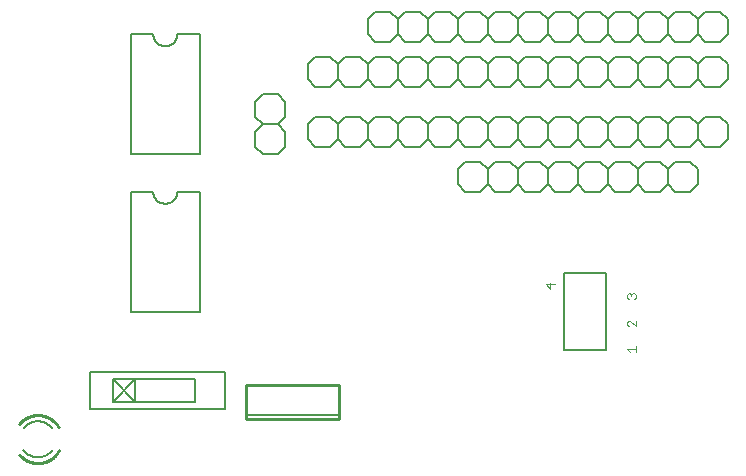
<source format=gto>
G75*
%MOIN*%
%OFA0B0*%
%FSLAX25Y25*%
%IPPOS*%
%LPD*%
%AMOC8*
5,1,8,0,0,1.08239X$1,22.5*
%
%ADD10C,0.00800*%
%ADD11C,0.00400*%
%ADD12C,0.00600*%
%ADD13C,0.01000*%
%ADD14C,0.00500*%
D10*
X0214800Y0046400D02*
X0214800Y0072200D01*
X0228800Y0072200D01*
X0228800Y0046400D01*
X0214800Y0046400D01*
D11*
X0235798Y0046841D02*
X0238600Y0046841D01*
X0238600Y0045907D02*
X0238600Y0047775D01*
X0236732Y0045907D02*
X0235798Y0046841D01*
X0236302Y0054419D02*
X0235835Y0054886D01*
X0235835Y0055820D01*
X0236302Y0056287D01*
X0236769Y0056287D01*
X0238637Y0054419D01*
X0238637Y0056287D01*
X0238133Y0063519D02*
X0238600Y0063986D01*
X0238600Y0064920D01*
X0238133Y0065387D01*
X0237666Y0065387D01*
X0237199Y0064920D01*
X0237199Y0064453D01*
X0237199Y0064920D02*
X0236732Y0065387D01*
X0236265Y0065387D01*
X0235798Y0064920D01*
X0235798Y0063986D01*
X0236265Y0063519D01*
X0211600Y0068401D02*
X0208798Y0068401D01*
X0210199Y0067000D01*
X0210199Y0068868D01*
D12*
X0211800Y0099300D02*
X0216800Y0099300D01*
X0219300Y0101800D01*
X0221800Y0099300D01*
X0226800Y0099300D01*
X0229300Y0101800D01*
X0229300Y0106800D01*
X0226800Y0109300D01*
X0221800Y0109300D01*
X0219300Y0106800D01*
X0219300Y0101800D01*
X0219300Y0106800D02*
X0216800Y0109300D01*
X0211800Y0109300D01*
X0209300Y0106800D01*
X0209300Y0101800D01*
X0211800Y0099300D01*
X0209300Y0101800D02*
X0206800Y0099300D01*
X0201800Y0099300D01*
X0199300Y0101800D01*
X0196800Y0099300D01*
X0191800Y0099300D01*
X0189300Y0101800D01*
X0186800Y0099300D01*
X0181800Y0099300D01*
X0179300Y0101800D01*
X0179300Y0106800D01*
X0181800Y0109300D01*
X0186800Y0109300D01*
X0189300Y0106800D01*
X0191800Y0109300D01*
X0196800Y0109300D01*
X0199300Y0106800D01*
X0199300Y0101800D01*
X0199300Y0106800D02*
X0201800Y0109300D01*
X0206800Y0109300D01*
X0209300Y0106800D01*
X0206800Y0114300D02*
X0201800Y0114300D01*
X0199300Y0116800D01*
X0196800Y0114300D01*
X0191800Y0114300D01*
X0189300Y0116800D01*
X0186800Y0114300D01*
X0181800Y0114300D01*
X0179300Y0116800D01*
X0176800Y0114300D01*
X0171800Y0114300D01*
X0169300Y0116800D01*
X0166800Y0114300D01*
X0161800Y0114300D01*
X0159300Y0116800D01*
X0156800Y0114300D01*
X0151800Y0114300D01*
X0149300Y0116800D01*
X0146800Y0114300D01*
X0141800Y0114300D01*
X0139300Y0116800D01*
X0136800Y0114300D01*
X0131800Y0114300D01*
X0129300Y0116800D01*
X0129300Y0121800D01*
X0131800Y0124300D01*
X0136800Y0124300D01*
X0139300Y0121800D01*
X0141800Y0124300D01*
X0146800Y0124300D01*
X0149300Y0121800D01*
X0149300Y0116800D01*
X0149300Y0121800D02*
X0151800Y0124300D01*
X0156800Y0124300D01*
X0159300Y0121800D01*
X0161800Y0124300D01*
X0166800Y0124300D01*
X0169300Y0121800D01*
X0171800Y0124300D01*
X0176800Y0124300D01*
X0179300Y0121800D01*
X0179300Y0116800D01*
X0179300Y0121800D02*
X0181800Y0124300D01*
X0186800Y0124300D01*
X0189300Y0121800D01*
X0191800Y0124300D01*
X0196800Y0124300D01*
X0199300Y0121800D01*
X0201800Y0124300D01*
X0206800Y0124300D01*
X0209300Y0121800D01*
X0209300Y0116800D01*
X0206800Y0114300D01*
X0209300Y0116800D02*
X0211800Y0114300D01*
X0216800Y0114300D01*
X0219300Y0116800D01*
X0221800Y0114300D01*
X0226800Y0114300D01*
X0229300Y0116800D01*
X0231800Y0114300D01*
X0236800Y0114300D01*
X0239300Y0116800D01*
X0239300Y0121800D01*
X0236800Y0124300D01*
X0231800Y0124300D01*
X0229300Y0121800D01*
X0229300Y0116800D01*
X0229300Y0121800D02*
X0226800Y0124300D01*
X0221800Y0124300D01*
X0219300Y0121800D01*
X0219300Y0116800D01*
X0219300Y0121800D02*
X0216800Y0124300D01*
X0211800Y0124300D01*
X0209300Y0121800D01*
X0199300Y0121800D02*
X0199300Y0116800D01*
X0189300Y0116800D02*
X0189300Y0121800D01*
X0186800Y0134300D02*
X0181800Y0134300D01*
X0179300Y0136800D01*
X0176800Y0134300D01*
X0171800Y0134300D01*
X0169300Y0136800D01*
X0166800Y0134300D01*
X0161800Y0134300D01*
X0159300Y0136800D01*
X0159300Y0141800D01*
X0161800Y0144300D01*
X0166800Y0144300D01*
X0169300Y0141800D01*
X0171800Y0144300D01*
X0176800Y0144300D01*
X0179300Y0141800D01*
X0181800Y0144300D01*
X0186800Y0144300D01*
X0189300Y0141800D01*
X0191800Y0144300D01*
X0196800Y0144300D01*
X0199300Y0141800D01*
X0201800Y0144300D01*
X0206800Y0144300D01*
X0209300Y0141800D01*
X0211800Y0144300D01*
X0216800Y0144300D01*
X0219300Y0141800D01*
X0221800Y0144300D01*
X0226800Y0144300D01*
X0229300Y0141800D01*
X0231800Y0144300D01*
X0236800Y0144300D01*
X0239300Y0141800D01*
X0241800Y0144300D01*
X0246800Y0144300D01*
X0249300Y0141800D01*
X0251800Y0144300D01*
X0256800Y0144300D01*
X0259300Y0141800D01*
X0261800Y0144300D01*
X0266800Y0144300D01*
X0269300Y0141800D01*
X0269300Y0136800D01*
X0266800Y0134300D01*
X0261800Y0134300D01*
X0259300Y0136800D01*
X0256800Y0134300D01*
X0251800Y0134300D01*
X0249300Y0136800D01*
X0249300Y0141800D01*
X0249300Y0136800D02*
X0246800Y0134300D01*
X0241800Y0134300D01*
X0239300Y0136800D01*
X0236800Y0134300D01*
X0231800Y0134300D01*
X0229300Y0136800D01*
X0226800Y0134300D01*
X0221800Y0134300D01*
X0219300Y0136800D01*
X0219300Y0141800D01*
X0219300Y0136800D02*
X0216800Y0134300D01*
X0211800Y0134300D01*
X0209300Y0136800D01*
X0206800Y0134300D01*
X0201800Y0134300D01*
X0199300Y0136800D01*
X0196800Y0134300D01*
X0191800Y0134300D01*
X0189300Y0136800D01*
X0189300Y0141800D01*
X0189300Y0136800D02*
X0186800Y0134300D01*
X0179300Y0136800D02*
X0179300Y0141800D01*
X0169300Y0141800D02*
X0169300Y0136800D01*
X0159300Y0136800D02*
X0156800Y0134300D01*
X0151800Y0134300D01*
X0149300Y0136800D01*
X0146800Y0134300D01*
X0141800Y0134300D01*
X0139300Y0136800D01*
X0136800Y0134300D01*
X0131800Y0134300D01*
X0129300Y0136800D01*
X0129300Y0141800D01*
X0131800Y0144300D01*
X0136800Y0144300D01*
X0139300Y0141800D01*
X0141800Y0144300D01*
X0146800Y0144300D01*
X0149300Y0141800D01*
X0151800Y0144300D01*
X0156800Y0144300D01*
X0159300Y0141800D01*
X0149300Y0141800D02*
X0149300Y0136800D01*
X0139300Y0136800D02*
X0139300Y0141800D01*
X0149300Y0151800D02*
X0151800Y0149300D01*
X0156800Y0149300D01*
X0159300Y0151800D01*
X0161800Y0149300D01*
X0166800Y0149300D01*
X0169300Y0151800D01*
X0169300Y0156800D01*
X0166800Y0159300D01*
X0161800Y0159300D01*
X0159300Y0156800D01*
X0159300Y0151800D01*
X0159300Y0156800D02*
X0156800Y0159300D01*
X0151800Y0159300D01*
X0149300Y0156800D01*
X0149300Y0151800D01*
X0169300Y0151800D02*
X0171800Y0149300D01*
X0176800Y0149300D01*
X0179300Y0151800D01*
X0181800Y0149300D01*
X0186800Y0149300D01*
X0189300Y0151800D01*
X0191800Y0149300D01*
X0196800Y0149300D01*
X0199300Y0151800D01*
X0199300Y0156800D01*
X0196800Y0159300D01*
X0191800Y0159300D01*
X0189300Y0156800D01*
X0189300Y0151800D01*
X0189300Y0156800D02*
X0186800Y0159300D01*
X0181800Y0159300D01*
X0179300Y0156800D01*
X0179300Y0151800D01*
X0179300Y0156800D02*
X0176800Y0159300D01*
X0171800Y0159300D01*
X0169300Y0156800D01*
X0199300Y0156800D02*
X0201800Y0159300D01*
X0206800Y0159300D01*
X0209300Y0156800D01*
X0211800Y0159300D01*
X0216800Y0159300D01*
X0219300Y0156800D01*
X0221800Y0159300D01*
X0226800Y0159300D01*
X0229300Y0156800D01*
X0229300Y0151800D01*
X0226800Y0149300D01*
X0221800Y0149300D01*
X0219300Y0151800D01*
X0216800Y0149300D01*
X0211800Y0149300D01*
X0209300Y0151800D01*
X0206800Y0149300D01*
X0201800Y0149300D01*
X0199300Y0151800D01*
X0209300Y0151800D02*
X0209300Y0156800D01*
X0219300Y0156800D02*
X0219300Y0151800D01*
X0229300Y0151800D02*
X0231800Y0149300D01*
X0236800Y0149300D01*
X0239300Y0151800D01*
X0241800Y0149300D01*
X0246800Y0149300D01*
X0249300Y0151800D01*
X0251800Y0149300D01*
X0256800Y0149300D01*
X0259300Y0151800D01*
X0261800Y0149300D01*
X0266800Y0149300D01*
X0269300Y0151800D01*
X0269300Y0156800D01*
X0266800Y0159300D01*
X0261800Y0159300D01*
X0259300Y0156800D01*
X0259300Y0151800D01*
X0259300Y0156800D02*
X0256800Y0159300D01*
X0251800Y0159300D01*
X0249300Y0156800D01*
X0249300Y0151800D01*
X0249300Y0156800D02*
X0246800Y0159300D01*
X0241800Y0159300D01*
X0239300Y0156800D01*
X0239300Y0151800D01*
X0239300Y0156800D02*
X0236800Y0159300D01*
X0231800Y0159300D01*
X0229300Y0156800D01*
X0229300Y0141800D02*
X0229300Y0136800D01*
X0239300Y0136800D02*
X0239300Y0141800D01*
X0259300Y0141800D02*
X0259300Y0136800D01*
X0256800Y0124300D02*
X0251800Y0124300D01*
X0249300Y0121800D01*
X0249300Y0116800D01*
X0251800Y0114300D01*
X0256800Y0114300D01*
X0259300Y0116800D01*
X0261800Y0114300D01*
X0266800Y0114300D01*
X0269300Y0116800D01*
X0269300Y0121800D01*
X0266800Y0124300D01*
X0261800Y0124300D01*
X0259300Y0121800D01*
X0259300Y0116800D01*
X0259300Y0121800D02*
X0256800Y0124300D01*
X0249300Y0121800D02*
X0246800Y0124300D01*
X0241800Y0124300D01*
X0239300Y0121800D01*
X0239300Y0116800D02*
X0241800Y0114300D01*
X0246800Y0114300D01*
X0249300Y0116800D01*
X0246800Y0109300D02*
X0241800Y0109300D01*
X0239300Y0106800D01*
X0239300Y0101800D01*
X0241800Y0099300D01*
X0246800Y0099300D01*
X0249300Y0101800D01*
X0251800Y0099300D01*
X0256800Y0099300D01*
X0259300Y0101800D01*
X0259300Y0106800D01*
X0256800Y0109300D01*
X0251800Y0109300D01*
X0249300Y0106800D01*
X0249300Y0101800D01*
X0249300Y0106800D02*
X0246800Y0109300D01*
X0239300Y0106800D02*
X0236800Y0109300D01*
X0231800Y0109300D01*
X0229300Y0106800D01*
X0229300Y0101800D02*
X0231800Y0099300D01*
X0236800Y0099300D01*
X0239300Y0101800D01*
X0189300Y0101800D02*
X0189300Y0106800D01*
X0169300Y0116800D02*
X0169300Y0121800D01*
X0159300Y0121800D02*
X0159300Y0116800D01*
X0139300Y0116800D02*
X0139300Y0121800D01*
X0121800Y0119300D02*
X0121800Y0114300D01*
X0119300Y0111800D01*
X0114300Y0111800D01*
X0111800Y0114300D01*
X0111800Y0119300D01*
X0114300Y0121800D01*
X0111800Y0124300D01*
X0111800Y0129300D01*
X0114300Y0131800D01*
X0119300Y0131800D01*
X0121800Y0129300D01*
X0121800Y0124300D01*
X0119300Y0121800D01*
X0121800Y0119300D01*
X0119300Y0121800D02*
X0114300Y0121800D01*
X0093300Y0111800D02*
X0070300Y0111800D01*
X0070300Y0151800D01*
X0077800Y0151800D01*
X0077802Y0151674D01*
X0077808Y0151549D01*
X0077818Y0151424D01*
X0077832Y0151299D01*
X0077849Y0151174D01*
X0077871Y0151050D01*
X0077896Y0150927D01*
X0077926Y0150805D01*
X0077959Y0150684D01*
X0077996Y0150564D01*
X0078036Y0150445D01*
X0078081Y0150328D01*
X0078129Y0150211D01*
X0078181Y0150097D01*
X0078236Y0149984D01*
X0078295Y0149873D01*
X0078357Y0149764D01*
X0078423Y0149657D01*
X0078492Y0149552D01*
X0078564Y0149449D01*
X0078639Y0149348D01*
X0078718Y0149250D01*
X0078800Y0149155D01*
X0078884Y0149062D01*
X0078972Y0148972D01*
X0079062Y0148884D01*
X0079155Y0148800D01*
X0079250Y0148718D01*
X0079348Y0148639D01*
X0079449Y0148564D01*
X0079552Y0148492D01*
X0079657Y0148423D01*
X0079764Y0148357D01*
X0079873Y0148295D01*
X0079984Y0148236D01*
X0080097Y0148181D01*
X0080211Y0148129D01*
X0080328Y0148081D01*
X0080445Y0148036D01*
X0080564Y0147996D01*
X0080684Y0147959D01*
X0080805Y0147926D01*
X0080927Y0147896D01*
X0081050Y0147871D01*
X0081174Y0147849D01*
X0081299Y0147832D01*
X0081424Y0147818D01*
X0081549Y0147808D01*
X0081674Y0147802D01*
X0081800Y0147800D01*
X0081926Y0147802D01*
X0082051Y0147808D01*
X0082176Y0147818D01*
X0082301Y0147832D01*
X0082426Y0147849D01*
X0082550Y0147871D01*
X0082673Y0147896D01*
X0082795Y0147926D01*
X0082916Y0147959D01*
X0083036Y0147996D01*
X0083155Y0148036D01*
X0083272Y0148081D01*
X0083389Y0148129D01*
X0083503Y0148181D01*
X0083616Y0148236D01*
X0083727Y0148295D01*
X0083836Y0148357D01*
X0083943Y0148423D01*
X0084048Y0148492D01*
X0084151Y0148564D01*
X0084252Y0148639D01*
X0084350Y0148718D01*
X0084445Y0148800D01*
X0084538Y0148884D01*
X0084628Y0148972D01*
X0084716Y0149062D01*
X0084800Y0149155D01*
X0084882Y0149250D01*
X0084961Y0149348D01*
X0085036Y0149449D01*
X0085108Y0149552D01*
X0085177Y0149657D01*
X0085243Y0149764D01*
X0085305Y0149873D01*
X0085364Y0149984D01*
X0085419Y0150097D01*
X0085471Y0150211D01*
X0085519Y0150328D01*
X0085564Y0150445D01*
X0085604Y0150564D01*
X0085641Y0150684D01*
X0085674Y0150805D01*
X0085704Y0150927D01*
X0085729Y0151050D01*
X0085751Y0151174D01*
X0085768Y0151299D01*
X0085782Y0151424D01*
X0085792Y0151549D01*
X0085798Y0151674D01*
X0085800Y0151800D01*
X0093300Y0151800D01*
X0093300Y0111800D01*
X0093300Y0099300D02*
X0085800Y0099300D01*
X0085798Y0099174D01*
X0085792Y0099049D01*
X0085782Y0098924D01*
X0085768Y0098799D01*
X0085751Y0098674D01*
X0085729Y0098550D01*
X0085704Y0098427D01*
X0085674Y0098305D01*
X0085641Y0098184D01*
X0085604Y0098064D01*
X0085564Y0097945D01*
X0085519Y0097828D01*
X0085471Y0097711D01*
X0085419Y0097597D01*
X0085364Y0097484D01*
X0085305Y0097373D01*
X0085243Y0097264D01*
X0085177Y0097157D01*
X0085108Y0097052D01*
X0085036Y0096949D01*
X0084961Y0096848D01*
X0084882Y0096750D01*
X0084800Y0096655D01*
X0084716Y0096562D01*
X0084628Y0096472D01*
X0084538Y0096384D01*
X0084445Y0096300D01*
X0084350Y0096218D01*
X0084252Y0096139D01*
X0084151Y0096064D01*
X0084048Y0095992D01*
X0083943Y0095923D01*
X0083836Y0095857D01*
X0083727Y0095795D01*
X0083616Y0095736D01*
X0083503Y0095681D01*
X0083389Y0095629D01*
X0083272Y0095581D01*
X0083155Y0095536D01*
X0083036Y0095496D01*
X0082916Y0095459D01*
X0082795Y0095426D01*
X0082673Y0095396D01*
X0082550Y0095371D01*
X0082426Y0095349D01*
X0082301Y0095332D01*
X0082176Y0095318D01*
X0082051Y0095308D01*
X0081926Y0095302D01*
X0081800Y0095300D01*
X0081674Y0095302D01*
X0081549Y0095308D01*
X0081424Y0095318D01*
X0081299Y0095332D01*
X0081174Y0095349D01*
X0081050Y0095371D01*
X0080927Y0095396D01*
X0080805Y0095426D01*
X0080684Y0095459D01*
X0080564Y0095496D01*
X0080445Y0095536D01*
X0080328Y0095581D01*
X0080211Y0095629D01*
X0080097Y0095681D01*
X0079984Y0095736D01*
X0079873Y0095795D01*
X0079764Y0095857D01*
X0079657Y0095923D01*
X0079552Y0095992D01*
X0079449Y0096064D01*
X0079348Y0096139D01*
X0079250Y0096218D01*
X0079155Y0096300D01*
X0079062Y0096384D01*
X0078972Y0096472D01*
X0078884Y0096562D01*
X0078800Y0096655D01*
X0078718Y0096750D01*
X0078639Y0096848D01*
X0078564Y0096949D01*
X0078492Y0097052D01*
X0078423Y0097157D01*
X0078357Y0097264D01*
X0078295Y0097373D01*
X0078236Y0097484D01*
X0078181Y0097597D01*
X0078129Y0097711D01*
X0078081Y0097828D01*
X0078036Y0097945D01*
X0077996Y0098064D01*
X0077959Y0098184D01*
X0077926Y0098305D01*
X0077896Y0098427D01*
X0077871Y0098550D01*
X0077849Y0098674D01*
X0077832Y0098799D01*
X0077818Y0098924D01*
X0077808Y0099049D01*
X0077802Y0099174D01*
X0077800Y0099300D01*
X0070300Y0099300D01*
X0070300Y0059300D01*
X0093300Y0059300D01*
X0093300Y0099300D01*
X0199300Y0136800D02*
X0199300Y0141800D01*
X0209300Y0141800D02*
X0209300Y0136800D01*
X0139379Y0024969D02*
X0109221Y0024969D01*
X0039300Y0010800D02*
X0039146Y0010802D01*
X0038992Y0010808D01*
X0038838Y0010818D01*
X0038684Y0010832D01*
X0038531Y0010849D01*
X0038379Y0010871D01*
X0038227Y0010897D01*
X0038075Y0010926D01*
X0037925Y0010960D01*
X0037775Y0010997D01*
X0037627Y0011038D01*
X0037479Y0011083D01*
X0037333Y0011132D01*
X0037188Y0011184D01*
X0037045Y0011240D01*
X0036902Y0011300D01*
X0036762Y0011363D01*
X0036623Y0011430D01*
X0036486Y0011501D01*
X0036351Y0011575D01*
X0036218Y0011652D01*
X0036086Y0011733D01*
X0035957Y0011817D01*
X0035830Y0011905D01*
X0035706Y0011996D01*
X0035584Y0012089D01*
X0035464Y0012187D01*
X0035347Y0012287D01*
X0035232Y0012390D01*
X0035120Y0012496D01*
X0035011Y0012604D01*
X0034905Y0012716D01*
X0034801Y0012830D01*
X0034701Y0012947D01*
X0034603Y0013066D01*
X0034509Y0013188D01*
X0034418Y0013313D01*
X0039300Y0022800D02*
X0039452Y0022798D01*
X0039603Y0022792D01*
X0039754Y0022783D01*
X0039906Y0022769D01*
X0040056Y0022752D01*
X0040206Y0022731D01*
X0040356Y0022706D01*
X0040505Y0022678D01*
X0040653Y0022645D01*
X0040800Y0022609D01*
X0040947Y0022570D01*
X0041092Y0022526D01*
X0041236Y0022479D01*
X0041379Y0022428D01*
X0041520Y0022374D01*
X0041661Y0022316D01*
X0041799Y0022255D01*
X0041936Y0022190D01*
X0042072Y0022121D01*
X0042205Y0022050D01*
X0042337Y0021975D01*
X0042467Y0021896D01*
X0042594Y0021815D01*
X0042720Y0021730D01*
X0042844Y0021642D01*
X0042965Y0021551D01*
X0043084Y0021457D01*
X0043200Y0021359D01*
X0043314Y0021259D01*
X0043426Y0021157D01*
X0043534Y0021051D01*
X0043640Y0020943D01*
X0043744Y0020832D01*
X0043844Y0020718D01*
X0043942Y0020602D01*
X0044036Y0020483D01*
X0039300Y0022800D02*
X0039148Y0022798D01*
X0038997Y0022792D01*
X0038846Y0022783D01*
X0038694Y0022769D01*
X0038544Y0022752D01*
X0038394Y0022731D01*
X0038244Y0022706D01*
X0038095Y0022678D01*
X0037947Y0022645D01*
X0037800Y0022609D01*
X0037653Y0022570D01*
X0037508Y0022526D01*
X0037364Y0022479D01*
X0037221Y0022428D01*
X0037080Y0022374D01*
X0036939Y0022316D01*
X0036801Y0022255D01*
X0036664Y0022190D01*
X0036528Y0022121D01*
X0036395Y0022050D01*
X0036263Y0021975D01*
X0036133Y0021896D01*
X0036006Y0021815D01*
X0035880Y0021730D01*
X0035756Y0021642D01*
X0035635Y0021551D01*
X0035516Y0021457D01*
X0035400Y0021359D01*
X0035286Y0021259D01*
X0035174Y0021157D01*
X0035066Y0021051D01*
X0034960Y0020943D01*
X0034856Y0020832D01*
X0034756Y0020718D01*
X0034658Y0020602D01*
X0034564Y0020483D01*
X0039300Y0010800D02*
X0039450Y0010802D01*
X0039601Y0010808D01*
X0039751Y0010817D01*
X0039900Y0010830D01*
X0040050Y0010847D01*
X0040199Y0010868D01*
X0040347Y0010892D01*
X0040495Y0010920D01*
X0040642Y0010952D01*
X0040788Y0010987D01*
X0040933Y0011027D01*
X0041077Y0011069D01*
X0041220Y0011116D01*
X0041362Y0011166D01*
X0041503Y0011219D01*
X0041642Y0011276D01*
X0041780Y0011336D01*
X0041916Y0011400D01*
X0042050Y0011467D01*
X0042183Y0011538D01*
X0042314Y0011612D01*
X0042443Y0011689D01*
X0042570Y0011770D01*
X0042695Y0011853D01*
X0042818Y0011940D01*
X0042939Y0012029D01*
X0043057Y0012122D01*
X0043173Y0012218D01*
X0043287Y0012316D01*
X0043398Y0012417D01*
X0043507Y0012522D01*
X0043612Y0012628D01*
X0043716Y0012738D01*
X0043816Y0012850D01*
X0043914Y0012964D01*
X0044008Y0013081D01*
X0044100Y0013200D01*
D13*
X0046359Y0013035D02*
X0046266Y0012867D01*
X0046170Y0012701D01*
X0046070Y0012537D01*
X0045965Y0012376D01*
X0045857Y0012217D01*
X0045745Y0012061D01*
X0045629Y0011907D01*
X0045510Y0011757D01*
X0045387Y0011609D01*
X0045261Y0011464D01*
X0045131Y0011323D01*
X0044998Y0011184D01*
X0044861Y0011049D01*
X0044721Y0010917D01*
X0044579Y0010789D01*
X0044433Y0010664D01*
X0044284Y0010542D01*
X0044132Y0010424D01*
X0043978Y0010310D01*
X0043820Y0010200D01*
X0043661Y0010093D01*
X0043498Y0009990D01*
X0043333Y0009891D01*
X0043166Y0009796D01*
X0042997Y0009706D01*
X0042826Y0009619D01*
X0042652Y0009536D01*
X0042477Y0009458D01*
X0042299Y0009384D01*
X0042120Y0009314D01*
X0041940Y0009248D01*
X0041758Y0009187D01*
X0041574Y0009130D01*
X0041389Y0009078D01*
X0041203Y0009030D01*
X0041016Y0008986D01*
X0040828Y0008947D01*
X0040639Y0008913D01*
X0040449Y0008883D01*
X0040259Y0008858D01*
X0040068Y0008837D01*
X0039876Y0008821D01*
X0039684Y0008809D01*
X0039492Y0008802D01*
X0039300Y0008800D01*
X0046246Y0020769D02*
X0046147Y0020938D01*
X0046043Y0021104D01*
X0045936Y0021268D01*
X0045825Y0021429D01*
X0045710Y0021587D01*
X0045591Y0021742D01*
X0045468Y0021895D01*
X0045342Y0022044D01*
X0045212Y0022190D01*
X0045078Y0022333D01*
X0044941Y0022473D01*
X0044801Y0022609D01*
X0044657Y0022742D01*
X0044510Y0022871D01*
X0044360Y0022997D01*
X0044207Y0023118D01*
X0044051Y0023237D01*
X0043892Y0023351D01*
X0043731Y0023461D01*
X0043566Y0023567D01*
X0043400Y0023670D01*
X0043230Y0023768D01*
X0043059Y0023862D01*
X0042885Y0023952D01*
X0042709Y0024037D01*
X0042531Y0024119D01*
X0042351Y0024195D01*
X0042169Y0024268D01*
X0041986Y0024336D01*
X0041801Y0024399D01*
X0041614Y0024458D01*
X0041426Y0024512D01*
X0041237Y0024562D01*
X0041047Y0024607D01*
X0040855Y0024647D01*
X0040663Y0024683D01*
X0040470Y0024714D01*
X0040276Y0024740D01*
X0040081Y0024762D01*
X0039886Y0024778D01*
X0039691Y0024790D01*
X0039495Y0024798D01*
X0039300Y0024800D01*
X0039107Y0024798D01*
X0038914Y0024791D01*
X0038722Y0024779D01*
X0038529Y0024763D01*
X0038337Y0024742D01*
X0038146Y0024716D01*
X0037956Y0024686D01*
X0037766Y0024651D01*
X0037577Y0024612D01*
X0037389Y0024568D01*
X0037202Y0024520D01*
X0037016Y0024467D01*
X0036832Y0024410D01*
X0036649Y0024348D01*
X0036468Y0024282D01*
X0036288Y0024211D01*
X0036110Y0024137D01*
X0035934Y0024058D01*
X0035760Y0023974D01*
X0035588Y0023887D01*
X0035418Y0023795D01*
X0035251Y0023699D01*
X0035085Y0023600D01*
X0034922Y0023496D01*
X0034762Y0023389D01*
X0034605Y0023277D01*
X0034450Y0023162D01*
X0034298Y0023043D01*
X0034149Y0022921D01*
X0034002Y0022795D01*
X0033859Y0022665D01*
X0033719Y0022532D01*
X0033583Y0022396D01*
X0033449Y0022256D01*
X0033320Y0022114D01*
X0033193Y0021968D01*
X0033154Y0011678D02*
X0033281Y0011530D01*
X0033411Y0011385D01*
X0033544Y0011244D01*
X0033681Y0011105D01*
X0033821Y0010970D01*
X0033965Y0010839D01*
X0034112Y0010711D01*
X0034261Y0010586D01*
X0034414Y0010465D01*
X0034569Y0010348D01*
X0034728Y0010235D01*
X0034889Y0010126D01*
X0035053Y0010021D01*
X0035219Y0009919D01*
X0035388Y0009822D01*
X0035558Y0009729D01*
X0035732Y0009640D01*
X0035907Y0009555D01*
X0036084Y0009475D01*
X0036263Y0009399D01*
X0036444Y0009327D01*
X0036627Y0009260D01*
X0036811Y0009197D01*
X0036997Y0009139D01*
X0037184Y0009085D01*
X0037372Y0009036D01*
X0037562Y0008991D01*
X0037752Y0008951D01*
X0037944Y0008916D01*
X0038136Y0008885D01*
X0038329Y0008859D01*
X0038523Y0008838D01*
X0038717Y0008821D01*
X0038911Y0008809D01*
X0039105Y0008802D01*
X0039300Y0008800D01*
X0108788Y0023591D02*
X0139812Y0023591D01*
X0139812Y0035009D01*
X0108788Y0035009D01*
X0108788Y0023591D01*
D14*
X0101800Y0026800D02*
X0101800Y0039300D01*
X0056800Y0039300D01*
X0056800Y0026800D01*
X0101800Y0026800D01*
X0091800Y0029300D02*
X0071800Y0029300D01*
X0071800Y0036800D01*
X0064300Y0029300D01*
X0071800Y0029300D01*
X0064300Y0036800D01*
X0064300Y0029300D01*
X0064300Y0036800D02*
X0071800Y0036800D01*
X0091800Y0036800D01*
X0091800Y0029300D01*
M02*

</source>
